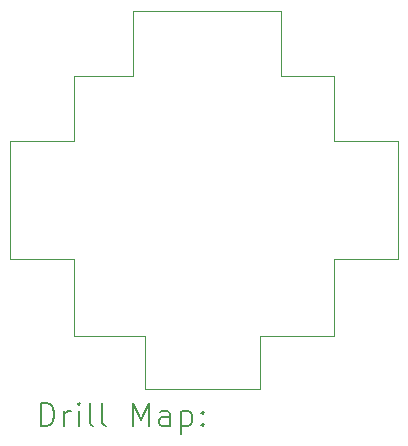
<source format=gbr>
%TF.GenerationSoftware,KiCad,Pcbnew,8.0.5*%
%TF.CreationDate,2024-09-21T18:14:26+02:00*%
%TF.ProjectId,KorryLargePCB_SMD,4b6f7272-794c-4617-9267-655043425f53,rev?*%
%TF.SameCoordinates,Original*%
%TF.FileFunction,Drillmap*%
%TF.FilePolarity,Positive*%
%FSLAX45Y45*%
G04 Gerber Fmt 4.5, Leading zero omitted, Abs format (unit mm)*
G04 Created by KiCad (PCBNEW 8.0.5) date 2024-09-21 18:14:26*
%MOMM*%
%LPD*%
G01*
G04 APERTURE LIST*
%ADD10C,0.100000*%
%ADD11C,0.200000*%
G04 APERTURE END LIST*
D10*
X5000000Y-2550000D02*
X5500000Y-2550000D01*
X5500000Y-2000000D02*
X5500000Y-2550000D01*
X7200000Y-4100000D02*
X7200000Y-4750000D01*
X4460000Y-3100000D02*
X5000000Y-3100000D01*
X7740000Y-4100000D02*
X7740000Y-3100000D01*
X5000000Y-4750000D02*
X5000000Y-4100000D01*
X5000000Y-3100000D02*
X5000000Y-2550000D01*
X7200000Y-3100000D02*
X7200000Y-2550000D01*
X6575000Y-5200000D02*
X6575000Y-4750000D01*
X6750000Y-2000000D02*
X6750000Y-2550000D01*
X6575000Y-4750000D02*
X7200000Y-4750000D01*
X5000000Y-4750000D02*
X5600000Y-4750000D01*
X7200000Y-4100000D02*
X7740000Y-4100000D01*
X6575000Y-5200000D02*
X5600000Y-5200000D01*
X5000000Y-4100000D02*
X4460000Y-4100000D01*
X7740000Y-3100000D02*
X7200000Y-3100000D01*
X5600000Y-5200000D02*
X5600000Y-4750000D01*
X4460000Y-4100000D02*
X4460000Y-3100000D01*
X7200000Y-2550000D02*
X6750000Y-2550000D01*
X5500000Y-2000000D02*
X6750000Y-2000000D01*
D11*
X4715777Y-5516484D02*
X4715777Y-5316484D01*
X4715777Y-5316484D02*
X4763396Y-5316484D01*
X4763396Y-5316484D02*
X4791967Y-5326008D01*
X4791967Y-5326008D02*
X4811015Y-5345055D01*
X4811015Y-5345055D02*
X4820539Y-5364103D01*
X4820539Y-5364103D02*
X4830063Y-5402198D01*
X4830063Y-5402198D02*
X4830063Y-5430770D01*
X4830063Y-5430770D02*
X4820539Y-5468865D01*
X4820539Y-5468865D02*
X4811015Y-5487912D01*
X4811015Y-5487912D02*
X4791967Y-5506960D01*
X4791967Y-5506960D02*
X4763396Y-5516484D01*
X4763396Y-5516484D02*
X4715777Y-5516484D01*
X4915777Y-5516484D02*
X4915777Y-5383150D01*
X4915777Y-5421246D02*
X4925301Y-5402198D01*
X4925301Y-5402198D02*
X4934824Y-5392674D01*
X4934824Y-5392674D02*
X4953872Y-5383150D01*
X4953872Y-5383150D02*
X4972920Y-5383150D01*
X5039586Y-5516484D02*
X5039586Y-5383150D01*
X5039586Y-5316484D02*
X5030063Y-5326008D01*
X5030063Y-5326008D02*
X5039586Y-5335531D01*
X5039586Y-5335531D02*
X5049110Y-5326008D01*
X5049110Y-5326008D02*
X5039586Y-5316484D01*
X5039586Y-5316484D02*
X5039586Y-5335531D01*
X5163396Y-5516484D02*
X5144348Y-5506960D01*
X5144348Y-5506960D02*
X5134824Y-5487912D01*
X5134824Y-5487912D02*
X5134824Y-5316484D01*
X5268158Y-5516484D02*
X5249110Y-5506960D01*
X5249110Y-5506960D02*
X5239586Y-5487912D01*
X5239586Y-5487912D02*
X5239586Y-5316484D01*
X5496729Y-5516484D02*
X5496729Y-5316484D01*
X5496729Y-5316484D02*
X5563396Y-5459341D01*
X5563396Y-5459341D02*
X5630062Y-5316484D01*
X5630062Y-5316484D02*
X5630062Y-5516484D01*
X5811015Y-5516484D02*
X5811015Y-5411722D01*
X5811015Y-5411722D02*
X5801491Y-5392674D01*
X5801491Y-5392674D02*
X5782443Y-5383150D01*
X5782443Y-5383150D02*
X5744348Y-5383150D01*
X5744348Y-5383150D02*
X5725301Y-5392674D01*
X5811015Y-5506960D02*
X5791967Y-5516484D01*
X5791967Y-5516484D02*
X5744348Y-5516484D01*
X5744348Y-5516484D02*
X5725301Y-5506960D01*
X5725301Y-5506960D02*
X5715777Y-5487912D01*
X5715777Y-5487912D02*
X5715777Y-5468865D01*
X5715777Y-5468865D02*
X5725301Y-5449817D01*
X5725301Y-5449817D02*
X5744348Y-5440293D01*
X5744348Y-5440293D02*
X5791967Y-5440293D01*
X5791967Y-5440293D02*
X5811015Y-5430770D01*
X5906253Y-5383150D02*
X5906253Y-5583150D01*
X5906253Y-5392674D02*
X5925301Y-5383150D01*
X5925301Y-5383150D02*
X5963396Y-5383150D01*
X5963396Y-5383150D02*
X5982443Y-5392674D01*
X5982443Y-5392674D02*
X5991967Y-5402198D01*
X5991967Y-5402198D02*
X6001491Y-5421246D01*
X6001491Y-5421246D02*
X6001491Y-5478389D01*
X6001491Y-5478389D02*
X5991967Y-5497436D01*
X5991967Y-5497436D02*
X5982443Y-5506960D01*
X5982443Y-5506960D02*
X5963396Y-5516484D01*
X5963396Y-5516484D02*
X5925301Y-5516484D01*
X5925301Y-5516484D02*
X5906253Y-5506960D01*
X6087205Y-5497436D02*
X6096729Y-5506960D01*
X6096729Y-5506960D02*
X6087205Y-5516484D01*
X6087205Y-5516484D02*
X6077682Y-5506960D01*
X6077682Y-5506960D02*
X6087205Y-5497436D01*
X6087205Y-5497436D02*
X6087205Y-5516484D01*
X6087205Y-5392674D02*
X6096729Y-5402198D01*
X6096729Y-5402198D02*
X6087205Y-5411722D01*
X6087205Y-5411722D02*
X6077682Y-5402198D01*
X6077682Y-5402198D02*
X6087205Y-5392674D01*
X6087205Y-5392674D02*
X6087205Y-5411722D01*
M02*

</source>
